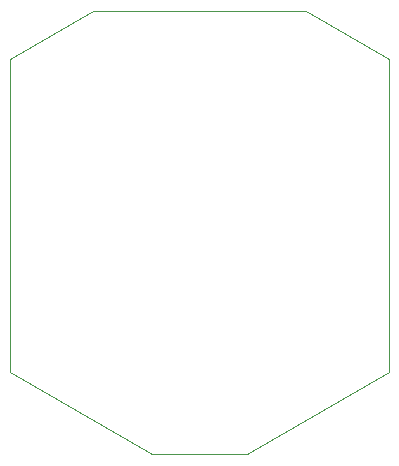
<source format=gm1>
%TF.GenerationSoftware,KiCad,Pcbnew,4.0.5+dfsg1-4~bpo8+1*%
%TF.CreationDate,2017-10-06T16:53:46-03:00*%
%TF.ProjectId,treasure,74726561737572652E6B696361645F70,rev?*%
%TF.FileFunction,Profile,NP*%
%FSLAX46Y46*%
G04 Gerber Fmt 4.6, Leading zero omitted, Abs format (unit mm)*
G04 Created by KiCad (PCBNEW 4.0.5+dfsg1-4~bpo8+1) date Fri Oct  6 16:53:46 2017*
%MOMM*%
%LPD*%
G01*
G04 APERTURE LIST*
%ADD10C,0.254000*%
%ADD11C,0.100000*%
G04 APERTURE END LIST*
D10*
D11*
X164536961Y-91745225D02*
X164536894Y-118261967D01*
X132465165Y-91745315D02*
X132465181Y-118262057D01*
X144501088Y-125210991D02*
X132465181Y-118262057D01*
X157519192Y-87693540D02*
X139482998Y-87693540D01*
X152501089Y-125210991D02*
X144501088Y-125210991D01*
X139482998Y-87693540D02*
X132465165Y-91745315D01*
X164536961Y-91745225D02*
X157519192Y-87693540D01*
X152500909Y-125210991D02*
X164536894Y-118261967D01*
M02*

</source>
